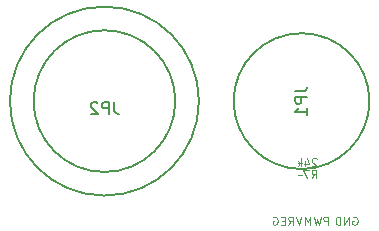
<source format=gbo>
G04 #@! TF.GenerationSoftware,KiCad,Pcbnew,5.1.9-73d0e3b20d~88~ubuntu20.04.1*
G04 #@! TF.CreationDate,2021-01-12T16:18:54+00:00*
G04 #@! TF.ProjectId,LEDsupply,4c454473-7570-4706-9c79-2e6b69636164,rev?*
G04 #@! TF.SameCoordinates,Original*
G04 #@! TF.FileFunction,Legend,Bot*
G04 #@! TF.FilePolarity,Positive*
%FSLAX46Y46*%
G04 Gerber Fmt 4.6, Leading zero omitted, Abs format (unit mm)*
G04 Created by KiCad (PCBNEW 5.1.9-73d0e3b20d~88~ubuntu20.04.1) date 2021-01-12 16:18:54*
%MOMM*%
%LPD*%
G01*
G04 APERTURE LIST*
%ADD10C,0.110000*%
%ADD11C,0.120000*%
%ADD12C,0.150000*%
G04 APERTURE END LIST*
D10*
X139680000Y-103756666D02*
X139446666Y-104456666D01*
X139213333Y-103756666D01*
X138580000Y-104456666D02*
X138813333Y-104123333D01*
X138980000Y-104456666D02*
X138980000Y-103756666D01*
X138713333Y-103756666D01*
X138646666Y-103790000D01*
X138613333Y-103823333D01*
X138580000Y-103890000D01*
X138580000Y-103990000D01*
X138613333Y-104056666D01*
X138646666Y-104090000D01*
X138713333Y-104123333D01*
X138980000Y-104123333D01*
X138280000Y-104090000D02*
X138046666Y-104090000D01*
X137946666Y-104456666D02*
X138280000Y-104456666D01*
X138280000Y-103756666D01*
X137946666Y-103756666D01*
X137280000Y-103790000D02*
X137346666Y-103756666D01*
X137446666Y-103756666D01*
X137546666Y-103790000D01*
X137613333Y-103856666D01*
X137646666Y-103923333D01*
X137680000Y-104056666D01*
X137680000Y-104156666D01*
X137646666Y-104290000D01*
X137613333Y-104356666D01*
X137546666Y-104423333D01*
X137446666Y-104456666D01*
X137380000Y-104456666D01*
X137280000Y-104423333D01*
X137246666Y-104390000D01*
X137246666Y-104156666D01*
X137380000Y-104156666D01*
X141953333Y-104456666D02*
X141953333Y-103756666D01*
X141686666Y-103756666D01*
X141620000Y-103790000D01*
X141586666Y-103823333D01*
X141553333Y-103890000D01*
X141553333Y-103990000D01*
X141586666Y-104056666D01*
X141620000Y-104090000D01*
X141686666Y-104123333D01*
X141953333Y-104123333D01*
X141320000Y-103756666D02*
X141153333Y-104456666D01*
X141020000Y-103956666D01*
X140886666Y-104456666D01*
X140720000Y-103756666D01*
X140453333Y-104456666D02*
X140453333Y-103756666D01*
X140220000Y-104256666D01*
X139986666Y-103756666D01*
X139986666Y-104456666D01*
X144043333Y-103790000D02*
X144110000Y-103756666D01*
X144210000Y-103756666D01*
X144310000Y-103790000D01*
X144376666Y-103856666D01*
X144410000Y-103923333D01*
X144443333Y-104056666D01*
X144443333Y-104156666D01*
X144410000Y-104290000D01*
X144376666Y-104356666D01*
X144310000Y-104423333D01*
X144210000Y-104456666D01*
X144143333Y-104456666D01*
X144043333Y-104423333D01*
X144010000Y-104390000D01*
X144010000Y-104156666D01*
X144143333Y-104156666D01*
X143710000Y-104456666D02*
X143710000Y-103756666D01*
X143310000Y-104456666D01*
X143310000Y-103756666D01*
X142976666Y-104456666D02*
X142976666Y-103756666D01*
X142810000Y-103756666D01*
X142710000Y-103790000D01*
X142643333Y-103856666D01*
X142610000Y-103923333D01*
X142576666Y-104056666D01*
X142576666Y-104156666D01*
X142610000Y-104290000D01*
X142643333Y-104356666D01*
X142710000Y-104423333D01*
X142810000Y-104456666D01*
X142976666Y-104456666D01*
D11*
G04 #@! TO.C,R7*
X139384721Y-99185000D02*
X139710279Y-99185000D01*
X139384721Y-100205000D02*
X139710279Y-100205000D01*
D12*
G04 #@! TO.C,JP1*
X145450000Y-93980000D02*
G75*
G03*
X145450000Y-93980000I-5750000J0D01*
G01*
G04 #@! TO.C,JP2*
X131010001Y-93980000D02*
G75*
G03*
X131010001Y-93980000I-8000000J0D01*
G01*
X129010001Y-93980000D02*
G75*
G03*
X129010001Y-93980000I-6000000J0D01*
G01*
G04 #@! TO.C,R7*
D10*
X140560333Y-100519666D02*
X140793666Y-100186333D01*
X140960333Y-100519666D02*
X140960333Y-99819666D01*
X140693666Y-99819666D01*
X140627000Y-99853000D01*
X140593666Y-99886333D01*
X140560333Y-99953000D01*
X140560333Y-100053000D01*
X140593666Y-100119666D01*
X140627000Y-100153000D01*
X140693666Y-100186333D01*
X140960333Y-100186333D01*
X140327000Y-99819666D02*
X139860333Y-99819666D01*
X140160333Y-100519666D01*
X140993666Y-98870333D02*
X140960333Y-98837000D01*
X140893666Y-98803666D01*
X140727000Y-98803666D01*
X140660333Y-98837000D01*
X140627000Y-98870333D01*
X140593666Y-98937000D01*
X140593666Y-99003666D01*
X140627000Y-99103666D01*
X141027000Y-99503666D01*
X140593666Y-99503666D01*
X139993666Y-99037000D02*
X139993666Y-99503666D01*
X140160333Y-98770333D02*
X140327000Y-99270333D01*
X139893666Y-99270333D01*
X139627000Y-99503666D02*
X139627000Y-98803666D01*
X139560333Y-99237000D02*
X139360333Y-99503666D01*
X139360333Y-99037000D02*
X139627000Y-99303666D01*
G04 #@! TO.C,JP1*
D12*
X139152380Y-93146666D02*
X139866666Y-93146666D01*
X140009523Y-93099047D01*
X140104761Y-93003809D01*
X140152380Y-92860952D01*
X140152380Y-92765714D01*
X140152380Y-93622857D02*
X139152380Y-93622857D01*
X139152380Y-94003809D01*
X139200000Y-94099047D01*
X139247619Y-94146666D01*
X139342857Y-94194285D01*
X139485714Y-94194285D01*
X139580952Y-94146666D01*
X139628571Y-94099047D01*
X139676190Y-94003809D01*
X139676190Y-93622857D01*
X140152380Y-95146666D02*
X140152380Y-94575238D01*
X140152380Y-94860952D02*
X139152380Y-94860952D01*
X139295238Y-94765714D01*
X139390476Y-94670476D01*
X139438095Y-94575238D01*
G04 #@! TO.C,JP2*
X123843334Y-94067380D02*
X123843334Y-94781666D01*
X123890953Y-94924523D01*
X123986191Y-95019761D01*
X124129048Y-95067380D01*
X124224286Y-95067380D01*
X123367143Y-95067380D02*
X123367143Y-94067380D01*
X122986191Y-94067380D01*
X122890953Y-94115000D01*
X122843334Y-94162619D01*
X122795715Y-94257857D01*
X122795715Y-94400714D01*
X122843334Y-94495952D01*
X122890953Y-94543571D01*
X122986191Y-94591190D01*
X123367143Y-94591190D01*
X122414762Y-94162619D02*
X122367143Y-94115000D01*
X122271905Y-94067380D01*
X122033810Y-94067380D01*
X121938572Y-94115000D01*
X121890953Y-94162619D01*
X121843334Y-94257857D01*
X121843334Y-94353095D01*
X121890953Y-94495952D01*
X122462381Y-95067380D01*
X121843334Y-95067380D01*
G04 #@! TD*
M02*

</source>
